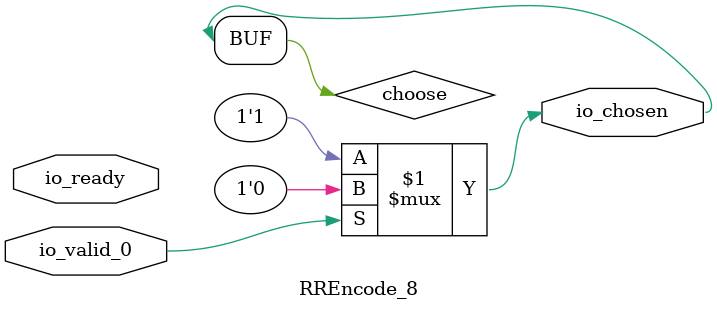
<source format=v>
module RREncode_8(
    input  io_valid_0,
    output io_chosen,
    input  io_ready);
  wire choose;
  assign io_chosen = choose;
  assign choose = io_valid_0 ? 1'h0 : 1'h1;
endmodule
</source>
